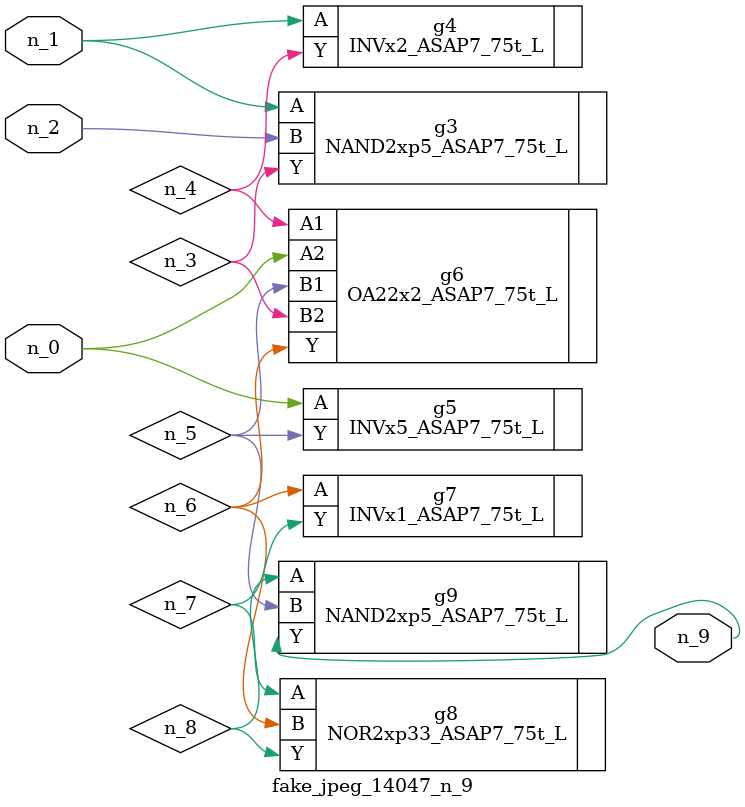
<source format=v>
module fake_jpeg_14047_n_9 (n_0, n_2, n_1, n_9);

input n_0;
input n_2;
input n_1;

output n_9;

wire n_3;
wire n_4;
wire n_8;
wire n_6;
wire n_5;
wire n_7;

NAND2xp5_ASAP7_75t_L g3 ( 
.A(n_1),
.B(n_2),
.Y(n_3)
);

INVx2_ASAP7_75t_L g4 ( 
.A(n_1),
.Y(n_4)
);

INVx5_ASAP7_75t_L g5 ( 
.A(n_0),
.Y(n_5)
);

OA22x2_ASAP7_75t_L g6 ( 
.A1(n_4),
.A2(n_0),
.B1(n_5),
.B2(n_3),
.Y(n_6)
);

INVx1_ASAP7_75t_L g7 ( 
.A(n_6),
.Y(n_7)
);

NOR2xp33_ASAP7_75t_L g8 ( 
.A(n_7),
.B(n_6),
.Y(n_8)
);

NAND2xp5_ASAP7_75t_L g9 ( 
.A(n_8),
.B(n_5),
.Y(n_9)
);


endmodule
</source>
